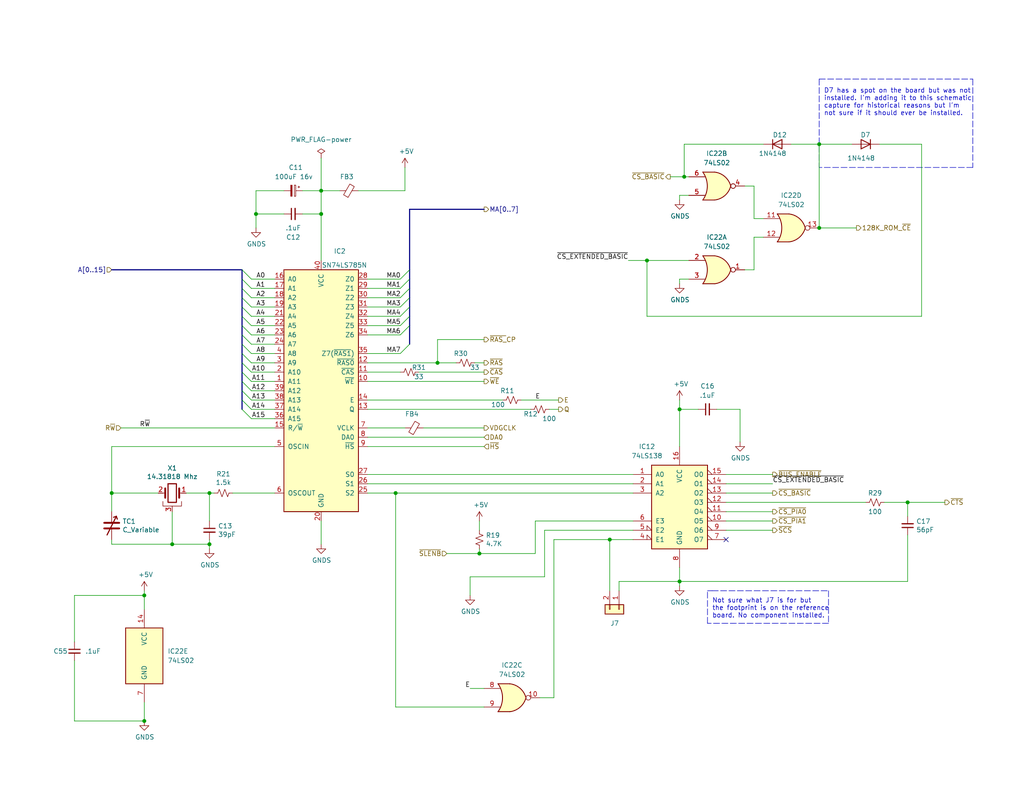
<source format=kicad_sch>
(kicad_sch (version 20211123) (generator eeschema)
  (paper "A")
  (title_block (title "TRS-80 Color Computer 2 (26-3134B & 26-3136B)") (date "2022-10-07") (rev "1.0.0") (company "Tandy Corporation") (comment 1 "Board # 20261058") (comment 3 "Reference board donated by MrDave3609") (comment 4 "Kicad schematic capture by Rocky Hill"))
  (lib_symbols
    (symbol "74xx:74LS02" (pin_names (offset 1.016))
      (property "Reference" "U" (at 0 1.27 0))
      (property "Value" "74LS02" (at 0 -1.27 0))
      (symbol "74LS02_1_1"
        (arc (start -3.81 -3.81) (mid -2.589 0) (end -3.81 3.81) (stroke (width 0.254)))
        (arc (start -0.6096 -3.81) (mid 2.1842 -2.5851) (end 3.81 0) (stroke (width 0.254)) (fill (type background)))
        (polyline (pts (xy -3.81 -3.81) (xy -0.635 -3.81)) (stroke (width 0.254)) (fill (type background)))
        (polyline (pts (xy -3.81 3.81) (xy -0.635 3.81)) (stroke (width 0.254)) (fill (type background)))
        (polyline (pts (xy -0.635 3.81) (xy -3.81 3.81) (xy -3.81 3.81) (xy -3.556 3.4036) (xy -3.0226 2.2606) (xy -2.6924 1.0414) (xy -2.6162 -0.254) (xy -2.7686 -1.4986) (xy -3.175 -2.7178) (xy -3.81 -3.81) (xy -3.81 -3.81) (xy -0.635 -3.81)) (stroke (width -25.4)) (fill (type background)))
        (arc (start 3.81 0) (mid 2.1915 2.5936) (end -0.6096 3.81) (stroke (width 0.254)) (fill (type background)))
        (pin output inverted (at 7.62 0 180) (length 3.81) (name "~") (number "1"))
        (pin input line (at -7.62 2.54 0) (length 4.318) (name "~") (number "2"))
        (pin input line (at -7.62 -2.54 0) (length 4.318) (name "~") (number "3"))
      )
      (symbol "74LS02_1_2"
        (arc (start 0 -3.81) (mid 3.81 0) (end 0 3.81) (stroke (width 0.254)) (fill (type background)))
        (polyline (pts (xy 0 3.81) (xy -3.81 3.81) (xy -3.81 -3.81) (xy 0 -3.81)) (stroke (width 0.254)) (fill (type background)))
        (pin output line (at 7.62 0 180) (length 3.81) (name "~") (number "1"))
        (pin input inverted (at -7.62 2.54 0) (length 3.81) (name "~") (number "2"))
        (pin input inverted (at -7.62 -2.54 0) (length 3.81) (name "~") (number "3"))
      )
      (symbol "74LS02_2_1"
        (arc (start -3.81 -3.81) (mid -2.589 0) (end -3.81 3.81) (stroke (width 0.254)))
        (arc (start -0.6096 -3.81) (mid 2.1842 -2.5851) (end 3.81 0) (stroke (width 0.254)) (fill (type background)))
        (polyline (pts (xy -3.81 -3.81) (xy -0.635 -3.81)) (stroke (width 0.254)) (fill (type background)))
        (polyline (pts (xy -3.81 3.81) (xy -0.635 3.81)) (stroke (width 0.254)) (fill (type background)))
        (polyline (pts (xy -0.635 3.81) (xy -3.81 3.81) (xy -3.81 3.81) (xy -3.556 3.4036) (xy -3.0226 2.2606) (xy -2.6924 1.0414) (xy -2.6162 -0.254) (xy -2.7686 -1.4986) (xy -3.175 -2.7178) (xy -3.81 -3.81) (xy -3.81 -3.81) (xy -0.635 -3.81)) (stroke (width -25.4)) (fill (type background)))
        (arc (start 3.81 0) (mid 2.1915 2.5936) (end -0.6096 3.81) (stroke (width 0.254)) (fill (type background)))
        (pin output inverted (at 7.62 0 180) (length 3.81) (name "~") (number "4"))
        (pin input line (at -7.62 2.54 0) (length 4.318) (name "~") (number "5"))
        (pin input line (at -7.62 -2.54 0) (length 4.318) (name "~") (number "6"))
      )
      (symbol "74LS02_2_2"
        (arc (start 0 -3.81) (mid 3.81 0) (end 0 3.81) (stroke (width 0.254)) (fill (type background)))
        (polyline (pts (xy 0 3.81) (xy -3.81 3.81) (xy -3.81 -3.81) (xy 0 -3.81)) (stroke (width 0.254)) (fill (type background)))
        (pin output line (at 7.62 0 180) (length 3.81) (name "~") (number "4"))
        (pin input inverted (at -7.62 2.54 0) (length 3.81) (name "~") (number "5"))
        (pin input inverted (at -7.62 -2.54 0) (length 3.81) (name "~") (number "6"))
      )
      (symbol "74LS02_3_1"
        (arc (start -3.81 -3.81) (mid -2.589 0) (end -3.81 3.81) (stroke (width 0.254)))
        (arc (start -0.6096 -3.81) (mid 2.1842 -2.5851) (end 3.81 0) (stroke (width 0.254)) (fill (type background)))
        (polyline (pts (xy -3.81 -3.81) (xy -0.635 -3.81)) (stroke (width 0.254)) (fill (type background)))
        (polyline (pts (xy -3.81 3.81) (xy -0.635 3.81)) (stroke (width 0.254)) (fill (type background)))
        (polyline (pts (xy -0.635 3.81) (xy -3.81 3.81) (xy -3.81 3.81) (xy -3.556 3.4036) (xy -3.0226 2.2606) (xy -2.6924 1.0414) (xy -2.6162 -0.254) (xy -2.7686 -1.4986) (xy -3.175 -2.7178) (xy -3.81 -3.81) (xy -3.81 -3.81) (xy -0.635 -3.81)) (stroke (width -25.4)) (fill (type background)))
        (arc (start 3.81 0) (mid 2.1915 2.5936) (end -0.6096 3.81) (stroke (width 0.254)) (fill (type background)))
        (pin output inverted (at 7.62 0 180) (length 3.81) (name "~") (number "10"))
        (pin input line (at -7.62 2.54 0) (length 4.318) (name "~") (number "8"))
        (pin input line (at -7.62 -2.54 0) (length 4.318) (name "~") (number "9"))
      )
      (symbol "74LS02_3_2"
        (arc (start 0 -3.81) (mid 3.81 0) (end 0 3.81) (stroke (width 0.254)) (fill (type background)))
        (polyline (pts (xy 0 3.81) (xy -3.81 3.81) (xy -3.81 -3.81) (xy 0 -3.81)) (stroke (width 0.254)) (fill (type background)))
        (pin output line (at 7.62 0 180) (length 3.81) (name "~") (number "10"))
        (pin input inverted (at -7.62 2.54 0) (length 3.81) (name "~") (number "8"))
        (pin input inverted (at -7.62 -2.54 0) (length 3.81) (name "~") (number "9"))
      )
      (symbol "74LS02_4_1"
        (arc (start -3.81 -3.81) (mid -2.589 0) (end -3.81 3.81) (stroke (width 0.254)))
        (arc (start -0.6096 -3.81) (mid 2.1842 -2.5851) (end 3.81 0) (stroke (width 0.254)) (fill (type background)))
        (polyline (pts (xy -3.81 -3.81) (xy -0.635 -3.81)) (stroke (width 0.254)) (fill (type background)))
        (polyline (pts (xy -3.81 3.81) (xy -0.635 3.81)) (stroke (width 0.254)) (fill (type background)))
        (polyline (pts (xy -0.635 3.81) (xy -3.81 3.81) (xy -3.81 3.81) (xy -3.556 3.4036) (xy -3.0226 2.2606) (xy -2.6924 1.0414) (xy -2.6162 -0.254) (xy -2.7686 -1.4986) (xy -3.175 -2.7178) (xy -3.81 -3.81) (xy -3.81 -3.81) (xy -0.635 -3.81)) (stroke (width -25.4)) (fill (type background)))
        (arc (start 3.81 0) (mid 2.1915 2.5936) (end -0.6096 3.81) (stroke (width 0.254)) (fill (type background)))
        (pin input line (at -7.62 2.54 0) (length 4.318) (name "~") (number "11"))
        (pin input line (at -7.62 -2.54 0) (length 4.318) (name "~") (number "12"))
        (pin output inverted (at 7.62 0 180) (length 3.81) (name "~") (number "13"))
      )
      (symbol "74LS02_4_2"
        (arc (start 0 -3.81) (mid 3.81 0) (end 0 3.81) (stroke (width 0.254)) (fill (type background)))
        (polyline (pts (xy 0 3.81) (xy -3.81 3.81) (xy -3.81 -3.81) (xy 0 -3.81)) (stroke (width 0.254)) (fill (type background)))
        (pin input inverted (at -7.62 2.54 0) (length 3.81) (name "~") (number "11"))
        (pin input inverted (at -7.62 -2.54 0) (length 3.81) (name "~") (number "12"))
        (pin output line (at 7.62 0 180) (length 3.81) (name "~") (number "13"))
      )
      (symbol "74LS02_5_0"
        (pin power_in line (at 0 12.7 270) (length 5.08) (name "VCC") (number "14"))
        (pin power_in line (at 0 -12.7 90) (length 5.08) (name "GND") (number "7"))
      )
      (symbol "74LS02_5_1"
        (rectangle (start -5.08 7.62) (end 5.08 -7.62) (stroke (width 0.254)) (fill (type background)))
      )
    )
    (symbol "Connector_Generic:Conn_01x02" (pin_names (offset 1.016) hide)
      (property "Reference" "J" (at 0 2.54 0))
      (property "Value" "Conn_01x02" (at 0 -5.08 0))
      (symbol "Conn_01x02_1_1"
        (rectangle (start -1.27 -2.413) (end 0 -2.667) (stroke (width 0.1524)))
        (rectangle (start -1.27 0.127) (end 0 -0.127) (stroke (width 0.1524)))
        (rectangle (start -1.27 1.27) (end 1.27 -3.81) (stroke (width 0.254)) (fill (type background)))
        (pin passive line (at -5.08 0 0) (length 3.81) (name "Pin_1") (number "1"))
        (pin passive line (at -5.08 -2.54 0) (length 3.81) (name "Pin_2") (number "2"))
      )
    )
    (symbol "Memory_Controller_Motorola:MC6883" (pin_names (offset 1.016))
      (property "Reference" "U" (at -7.62 34.544 0))
      (property "Value" "MC6883" (at 10.16 34.544 0))
      (symbol "MC6883_0_1"
        (rectangle (start -10.16 -33.02) (end 10.16 33.02) (stroke (width 0.254)) (fill (type background)))
      )
      (symbol "MC6883_1_1"
        (pin input line (at -12.7 2.54 0) (length 2.54) (name "A11") (number "1"))
        (pin output line (at 12.7 2.54 180) (length 2.54) (name "~{WE}") (number "10"))
        (pin output line (at 12.7 5.08 180) (length 2.54) (name "~{CAS}") (number "11"))
        (pin output line (at 12.7 7.62 180) (length 2.54) (name "~{RAS0}") (number "12"))
        (pin output line (at 12.7 -5.08 180) (length 2.54) (name "Q") (number "13"))
        (pin output line (at 12.7 -2.54 180) (length 2.54) (name "E") (number "14"))
        (pin input line (at -12.7 -10.16 0) (length 2.54) (name "R/~{W}") (number "15"))
        (pin input line (at -12.7 30.48 0) (length 2.54) (name "A0") (number "16"))
        (pin input line (at -12.7 27.94 0) (length 2.54) (name "A1") (number "17"))
        (pin input line (at -12.7 25.4 0) (length 2.54) (name "A2") (number "18"))
        (pin input line (at -12.7 22.86 0) (length 2.54) (name "A3") (number "19"))
        (pin input line (at -12.7 5.08 0) (length 2.54) (name "A10") (number "2"))
        (pin power_in line (at 0 -35.56 90) (length 2.54) (name "GND") (number "20"))
        (pin input line (at -12.7 20.32 0) (length 2.54) (name "A4") (number "21"))
        (pin input line (at -12.7 17.78 0) (length 2.54) (name "A5") (number "22"))
        (pin input line (at -12.7 15.24 0) (length 2.54) (name "A6") (number "23"))
        (pin input line (at -12.7 12.7 0) (length 2.54) (name "A7") (number "24"))
        (pin output line (at 12.7 -27.94 180) (length 2.54) (name "S2") (number "25"))
        (pin output line (at 12.7 -25.4 180) (length 2.54) (name "S1") (number "26"))
        (pin output line (at 12.7 -22.86 180) (length 2.54) (name "S0") (number "27"))
        (pin output line (at 12.7 30.48 180) (length 2.54) (name "Z0") (number "28"))
        (pin output line (at 12.7 27.94 180) (length 2.54) (name "Z1") (number "29"))
        (pin input line (at -12.7 7.62 0) (length 2.54) (name "A9") (number "3"))
        (pin output line (at 12.7 25.4 180) (length 2.54) (name "Z2") (number "30"))
        (pin output line (at 12.7 22.86 180) (length 2.54) (name "Z3") (number "31"))
        (pin output line (at 12.7 20.32 180) (length 2.54) (name "Z4") (number "32"))
        (pin output line (at 12.7 17.78 180) (length 2.54) (name "Z5") (number "33"))
        (pin output line (at 12.7 15.24 180) (length 2.54) (name "Z6") (number "34"))
        (pin output line (at 12.7 10.16 180) (length 2.54) (name "Z7(~{RAS1})") (number "35"))
        (pin input line (at -12.7 -7.62 0) (length 2.54) (name "A15") (number "36"))
        (pin input line (at -12.7 -5.08 0) (length 2.54) (name "A14") (number "37"))
        (pin input line (at -12.7 -2.54 0) (length 2.54) (name "A13") (number "38"))
        (pin input line (at -12.7 0 0) (length 2.54) (name "A12") (number "39"))
        (pin input line (at -12.7 10.16 0) (length 2.54) (name "A8") (number "4"))
        (pin power_in line (at 0 35.56 270) (length 2.54) (name "VCC") (number "40"))
        (pin input line (at -12.7 -15.24 0) (length 2.54) (name "OSCIN") (number "5"))
        (pin output line (at -12.7 -27.94 0) (length 2.54) (name "OSCOUT") (number "6"))
        (pin input line (at 12.7 -10.16 180) (length 2.54) (name "VCLK") (number "7"))
        (pin input line (at 12.7 -12.7 180) (length 2.54) (name "DA0") (number "8"))
        (pin input line (at 12.7 -15.24 180) (length 2.54) (name "~{HS}") (number "9"))
      )
    )
    (symbol "coco2-rescue:+5V-power" (power) (pin_names (offset 0))
      (property "Value" "+5V-power" (at 0 3.556 0))
      (symbol "+5V-power_0_1"
        (polyline (pts (xy -0.762 1.27) (xy 0 2.54)))
        (polyline (pts (xy 0 0) (xy 0 2.54)))
        (polyline (pts (xy 0 2.54) (xy 0.762 1.27)))
      )
      (symbol "+5V-power_1_1"
        (pin power_in line (at 0 0 90) (length 0) hide (name "+5V") (number "1"))
      )
    )
    (symbol "coco2-rescue:1N4148-Diode" (pin_numbers hide) (pin_names (offset 1.016) hide)
      (property "Reference" "D" (at 0 2.54 0))
      (property "Value" "1N4148-Diode" (at 0 -2.54 0))
      (symbol "1N4148-Diode_0_1"
        (polyline (pts (xy -1.27 1.27) (xy -1.27 -1.27)) (stroke (width 0.254)))
        (polyline (pts (xy 1.27 0) (xy -1.27 0)))
        (polyline (pts (xy 1.27 1.27) (xy 1.27 -1.27) (xy -1.27 0) (xy 1.27 1.27)) (stroke (width 0.254)))
      )
      (symbol "1N4148-Diode_1_1"
        (pin passive line (at -3.81 0 0) (length 2.54) (name "K") (number "1"))
        (pin passive line (at 3.81 0 180) (length 2.54) (name "A") (number "2"))
      )
    )
    (symbol "coco2-rescue:74LS138-74xx" (pin_names (offset 1.016))
      (property "Reference" "U" (at -7.62 11.43 0))
      (property "Value" "74LS138-74xx" (at -7.62 -13.97 0))
      (symbol "74LS138-74xx_1_0"
        (pin input line (at -12.7 7.62 0) (length 5.08) (name "A0") (number "1"))
        (pin output output_low (at 12.7 -5.08 180) (length 5.08) (name "O5") (number "10"))
        (pin output output_low (at 12.7 -2.54 180) (length 5.08) (name "O4") (number "11"))
        (pin output output_low (at 12.7 0 180) (length 5.08) (name "O3") (number "12"))
        (pin output output_low (at 12.7 2.54 180) (length 5.08) (name "O2") (number "13"))
        (pin output output_low (at 12.7 5.08 180) (length 5.08) (name "O1") (number "14"))
        (pin output output_low (at 12.7 7.62 180) (length 5.08) (name "O0") (number "15"))
        (pin power_in line (at 0 15.24 270) (length 5.08) (name "VCC") (number "16"))
        (pin input line (at -12.7 5.08 0) (length 5.08) (name "A1") (number "2"))
        (pin input line (at -12.7 2.54 0) (length 5.08) (name "A2") (number "3"))
        (pin input input_low (at -12.7 -10.16 0) (length 5.08) (name "E1") (number "4"))
        (pin input input_low (at -12.7 -7.62 0) (length 5.08) (name "E2") (number "5"))
        (pin input line (at -12.7 -5.08 0) (length 5.08) (name "E3") (number "6"))
        (pin output output_low (at 12.7 -10.16 180) (length 5.08) (name "O7") (number "7"))
        (pin power_in line (at 0 -17.78 90) (length 5.08) (name "GND") (number "8"))
        (pin output output_low (at 12.7 -7.62 180) (length 5.08) (name "O6") (number "9"))
      )
      (symbol "74LS138-74xx_1_1"
        (rectangle (start -7.62 10.16) (end 7.62 -12.7) (stroke (width 0.254)) (fill (type background)))
      )
    )
    (symbol "coco2-rescue:CP_Small-Device" (pin_numbers hide) (pin_names (offset 0.254) hide)
      (property "Reference" "C" (at 0.254 1.778 0))
      (property "Value" "CP_Small-Device" (at 0.254 -2.032 0))
      (symbol "CP_Small-Device_0_1"
        (rectangle (start -1.524 -0.3048) (end 1.524 -0.6858) (fill (type outline)))
        (rectangle (start -1.524 0.6858) (end 1.524 0.3048))
        (polyline (pts (xy -1.27 1.524) (xy -0.762 1.524)))
        (polyline (pts (xy -1.016 1.27) (xy -1.016 1.778)))
      )
      (symbol "CP_Small-Device_1_1"
        (pin passive line (at 0 2.54 270) (length 1.8542) (name "~") (number "1"))
        (pin passive line (at 0 -2.54 90) (length 1.8542) (name "~") (number "2"))
      )
    )
    (symbol "coco2-rescue:C_Small-Device" (pin_numbers hide) (pin_names (offset 0.254) hide)
      (property "Reference" "C" (at 0.254 1.778 0))
      (property "Value" "C_Small-Device" (at 0.254 -2.032 0))
      (symbol "C_Small-Device_0_1"
        (polyline (pts (xy -1.524 -0.508) (xy 1.524 -0.508)) (stroke (width 0.3302)))
        (polyline (pts (xy -1.524 0.508) (xy 1.524 0.508)) (stroke (width 0.3048)))
      )
      (symbol "C_Small-Device_1_1"
        (pin passive line (at 0 2.54 270) (length 2.032) (name "~") (number "1"))
        (pin passive line (at 0 -2.54 90) (length 2.032) (name "~") (number "2"))
      )
    )
    (symbol "coco2-rescue:C_Variable-Device" (pin_numbers hide) (pin_names (offset 0.254) hide)
      (property "Reference" "C" (at 0.635 -1.905 0))
      (property "Value" "C_Variable-Device" (at 0.635 -3.81 0))
      (symbol "C_Variable-Device_0_1"
        (polyline (pts (xy -2.032 -0.762) (xy 2.032 -0.762)) (stroke (width 0.508)))
        (polyline (pts (xy -2.032 0.762) (xy 2.032 0.762)) (stroke (width 0.508)))
        (polyline (pts (xy 1.27 2.54) (xy -1.27 -2.54)) (stroke (width 0.3048)))
        (polyline (pts (xy 1.27 2.54) (xy 0.508 2.286)) (stroke (width 0.3048)))
        (polyline (pts (xy 1.27 2.54) (xy 1.524 1.778)) (stroke (width 0.3048)))
      )
      (symbol "C_Variable-Device_1_1"
        (pin passive line (at 0 3.81 270) (length 3.048) (name "~") (number "1"))
        (pin passive line (at 0 -3.81 90) (length 3.048) (name "~") (number "2"))
      )
    )
    (symbol "coco2-rescue:Crystal_GND3-Device" (pin_names (offset 1.016) hide)
      (property "Reference" "Y" (at 0 5.715 0))
      (property "Value" "Crystal_GND3-Device" (at 0 3.81 0))
      (symbol "Crystal_GND3-Device_0_1"
        (rectangle (start -1.143 2.54) (end 1.143 -2.54) (stroke (width 0.3048)))
        (polyline (pts (xy -2.54 0) (xy -1.905 0)))
        (polyline (pts (xy -1.905 -1.27) (xy -1.905 1.27)) (stroke (width 0.508)))
        (polyline (pts (xy 0 -3.81) (xy 0 -3.556)))
        (polyline (pts (xy 1.905 0) (xy 2.54 0)))
        (polyline (pts (xy 1.905 1.27) (xy 1.905 -1.27)) (stroke (width 0.508)))
        (polyline (pts (xy -2.54 -2.286) (xy -2.54 -3.556) (xy 2.54 -3.556) (xy 2.54 -2.286)))
      )
      (symbol "Crystal_GND3-Device_1_1"
        (pin passive line (at -3.81 0 0) (length 1.27) (name "1") (number "1"))
        (pin passive line (at 3.81 0 180) (length 1.27) (name "2") (number "2"))
        (pin passive line (at 0 -5.08 90) (length 1.27) (name "3") (number "3"))
      )
    )
    (symbol "coco2-rescue:Ferrite_Bead_Small-Device" (pin_numbers hide) (pin_names (offset 0))
      (property "Reference" "FB" (at 1.905 1.27 0))
      (property "Value" "Ferrite_Bead_Small-Device" (at 1.905 -1.27 0))
      (symbol "Ferrite_Bead_Small-Device_0_1"
        (polyline (pts (xy 0 -1.27) (xy 0 -0.7874)))
        (polyline (pts (xy 0 0.889) (xy 0 1.2954)))
        (polyline (pts (xy -1.8288 0.2794) (xy -1.1176 1.4986) (xy 1.8288 -0.2032) (xy 1.1176 -1.4224) (xy -1.8288 0.2794)))
      )
      (symbol "Ferrite_Bead_Small-Device_1_1"
        (pin passive line (at 0 2.54 270) (length 1.27) (name "~") (number "1"))
        (pin passive line (at 0 -2.54 90) (length 1.27) (name "~") (number "2"))
      )
    )
    (symbol "coco2-rescue:GNDS-power" (power) (pin_names (offset 0))
      (property "Value" "GNDS-power" (at 0 -3.81 0))
      (symbol "GNDS-power_0_1"
        (polyline (pts (xy 0 0) (xy 0 -1.27) (xy 1.27 -1.27) (xy 0 -2.54) (xy -1.27 -1.27) (xy 0 -1.27)))
      )
      (symbol "GNDS-power_1_1"
        (pin power_in line (at 0 0 270) (length 0) hide (name "GNDS") (number "1"))
      )
    )
    (symbol "coco2-rescue:PWR_FLAG-power" (power) (pin_numbers hide) (pin_names (offset 0) hide)
      (property "Value" "PWR_FLAG-power" (at 0 3.81 0))
      (symbol "PWR_FLAG-power_0_0"
        (pin power_out line (at 0 0 90) (length 0) (name "pwr") (number "1"))
      )
      (symbol "PWR_FLAG-power_0_1"
        (polyline (pts (xy 0 0) (xy 0 1.27) (xy -1.016 1.905) (xy 0 2.54) (xy 1.016 1.905) (xy 0 1.27)))
      )
    )
    (symbol "coco2-rescue:R_Small_US-Device" (pin_numbers hide) (pin_names (offset 0.254) hide)
      (property "Reference" "R" (at 0.762 0.508 0))
      (property "Value" "R_Small_US-Device" (at 0.762 -1.016 0))
      (symbol "R_Small_US-Device_1_1"
        (polyline (pts (xy 0 0) (xy 1.016 -0.381) (xy 0 -0.762) (xy -1.016 -1.143) (xy 0 -1.524)))
        (polyline (pts (xy 0 1.524) (xy 1.016 1.143) (xy 0 0.762) (xy -1.016 0.381) (xy 0 0)))
        (pin passive line (at 0 2.54 270) (length 1.016) (name "~") (number "1"))
        (pin passive line (at 0 -2.54 90) (length 1.016) (name "~") (number "2"))
      )
    )
  )
  (junction (at 223.52 62.23))
  (junction (at 57.15 134.62))
  (junction (at 39.37 162.56))
  (junction (at 57.15 148.59))
  (junction (at 185.42 111.76))
  (junction (at 185.42 158.75))
  (junction (at 186.69 48.26))
  (junction (at 87.63 52.07))
  (junction (at 87.63 58.42))
  (junction (at 46.99 148.59))
  (junction (at 39.37 196.85))
  (junction (at 223.52 39.37))
  (junction (at 247.65 137.16))
  (junction (at 176.53 71.12))
  (junction (at 130.81 151.13))
  (junction (at 119.38 99.06))
  (junction (at 107.95 134.62))
  (junction (at 30.48 134.62))
  (junction (at 166.37 147.32))
  (junction (at 69.85 58.42))
  (no_connect (at 198.12 147.32))
  (bus_entry (at 68.58 78.74) (size -2.54 -2.54))
  (bus_entry (at 66.04 93.98) (size 2.54 2.54))
  (bus_entry (at 109.22 83.82) (size 2.54 -2.54))
  (bus_entry (at 109.22 78.74) (size 2.54 -2.54))
  (bus_entry (at 66.04 73.66) (size 2.54 2.54))
  (bus_entry (at 109.22 91.44) (size 2.54 -2.54))
  (bus_entry (at 66.04 91.44) (size 2.54 2.54))
  (bus_entry (at 66.04 96.52) (size 2.54 2.54))
  (bus_entry (at 66.04 101.6) (size 2.54 2.54))
  (bus_entry (at 66.04 81.28) (size 2.54 2.54))
  (bus_entry (at 66.04 109.22) (size 2.54 2.54))
  (bus_entry (at 66.04 86.36) (size 2.54 2.54))
  (bus_entry (at 66.04 78.74) (size 2.54 2.54))
  (bus_entry (at 66.04 99.06) (size 2.54 2.54))
  (bus_entry (at 109.22 76.2) (size 2.54 -2.54))
  (bus_entry (at 109.22 88.9) (size 2.54 -2.54))
  (bus_entry (at 66.04 111.76) (size 2.54 2.54))
  (bus_entry (at 66.04 88.9) (size 2.54 2.54))
  (bus_entry (at 66.04 106.68) (size 2.54 2.54))
  (bus_entry (at 109.22 86.36) (size 2.54 -2.54))
  (bus_entry (at 66.04 83.82) (size 2.54 2.54))
  (bus_entry (at 109.22 81.28) (size 2.54 -2.54))
  (bus_entry (at 66.04 104.14) (size 2.54 2.54))
  (bus_entry (at 109.22 96.52) (size 2.54 -2.54))
  (wire (pts (xy 190.5 111.76) (xy 185.42 111.76)))
  (wire (pts (xy 68.58 93.98) (xy 74.93 93.98)))
  (wire (pts (xy 30.48 134.62) (xy 43.18 134.62)))
  (wire (pts (xy 168.91 161.29) (xy 168.91 158.75)))
  (wire (pts (xy 50.8 134.62) (xy 57.15 134.62)))
  (bus (pts (xy 66.04 101.6) (xy 66.04 104.14)))
  (wire (pts (xy 68.58 109.22) (xy 74.93 109.22)))
  (wire (pts (xy 110.49 52.07) (xy 110.49 45.72)))
  (wire (pts (xy 68.58 99.06) (xy 74.93 99.06)))
  (bus (pts (xy 66.04 86.36) (xy 66.04 88.9)))
  (wire (pts (xy 74.93 121.92) (xy 30.48 121.92)))
  (bus (pts (xy 66.04 73.66) (xy 66.04 76.2)))
  (wire (pts (xy 166.37 147.32) (xy 172.72 147.32)))
  (bus (pts (xy 111.76 57.15) (xy 111.76 73.66)))
  (wire (pts (xy 215.9 39.37) (xy 223.52 39.37)))
  (wire (pts (xy 185.42 158.75) (xy 185.42 160.02)))
  (polyline (pts (xy 193.04 170.18) (xy 193.04 161.29)))
  (wire (pts (xy 247.65 137.16) (xy 257.81 137.16)))
  (wire (pts (xy 20.32 180.34) (xy 20.32 196.85)))
  (wire (pts (xy 57.15 142.24) (xy 57.15 134.62)))
  (wire (pts (xy 74.93 111.76) (xy 68.58 111.76)))
  (wire (pts (xy 198.12 129.54) (xy 210.82 129.54)))
  (wire (pts (xy 205.74 73.66) (xy 205.74 64.77)))
  (wire (pts (xy 232.41 39.37) (xy 223.52 39.37)))
  (bus (pts (xy 111.76 76.2) (xy 111.76 78.74)))
  (wire (pts (xy 119.38 92.71) (xy 119.38 99.06)))
  (wire (pts (xy 203.2 73.66) (xy 205.74 73.66)))
  (polyline (pts (xy 223.52 21.59) (xy 265.43 21.59)))
  (wire (pts (xy 128.27 157.48) (xy 128.27 162.56)))
  (wire (pts (xy 74.93 101.6) (xy 68.58 101.6)))
  (wire (pts (xy 137.16 109.22) (xy 100.33 109.22)))
  (wire (pts (xy 132.08 121.92) (xy 100.33 121.92)))
  (wire (pts (xy 46.99 148.59) (xy 57.15 148.59)))
  (wire (pts (xy 223.52 39.37) (xy 223.52 62.23)))
  (wire (pts (xy 92.71 52.07) (xy 87.63 52.07)))
  (wire (pts (xy 130.81 149.86) (xy 130.81 151.13)))
  (wire (pts (xy 205.74 59.69) (xy 208.28 59.69)))
  (wire (pts (xy 148.59 144.78) (xy 148.59 157.48)))
  (wire (pts (xy 223.52 62.23) (xy 233.68 62.23)))
  (bus (pts (xy 66.04 83.82) (xy 66.04 86.36)))
  (wire (pts (xy 74.93 106.68) (xy 68.58 106.68)))
  (wire (pts (xy 146.05 142.24) (xy 146.05 151.13)))
  (wire (pts (xy 68.58 104.14) (xy 74.93 104.14)))
  (wire (pts (xy 74.93 116.84) (xy 33.02 116.84)))
  (wire (pts (xy 198.12 134.62) (xy 210.82 134.62)))
  (wire (pts (xy 201.93 111.76) (xy 201.93 120.65)))
  (wire (pts (xy 39.37 161.29) (xy 39.37 162.56)))
  (bus (pts (xy 66.04 106.68) (xy 66.04 109.22)))
  (polyline (pts (xy 194.31 161.29) (xy 226.06 161.29)))
  (wire (pts (xy 57.15 147.32) (xy 57.15 148.59)))
  (wire (pts (xy 46.99 148.59) (xy 30.48 148.59)))
  (bus (pts (xy 66.04 76.2) (xy 66.04 78.74)))
  (wire (pts (xy 198.12 139.7) (xy 210.82 139.7)))
  (wire (pts (xy 39.37 162.56) (xy 39.37 166.37)))
  (wire (pts (xy 20.32 196.85) (xy 39.37 196.85)))
  (bus (pts (xy 111.76 81.28) (xy 111.76 83.82)))
  (wire (pts (xy 176.53 86.36) (xy 176.53 71.12)))
  (wire (pts (xy 87.63 52.07) (xy 87.63 58.42)))
  (wire (pts (xy 198.12 144.78) (xy 210.82 144.78)))
  (wire (pts (xy 176.53 71.12) (xy 187.96 71.12)))
  (wire (pts (xy 87.63 58.42) (xy 82.55 58.42)))
  (bus (pts (xy 111.76 78.74) (xy 111.76 81.28)))
  (wire (pts (xy 186.69 39.37) (xy 208.28 39.37)))
  (wire (pts (xy 251.46 39.37) (xy 251.46 86.36)))
  (wire (pts (xy 87.63 142.24) (xy 87.63 148.59)))
  (wire (pts (xy 68.58 83.82) (xy 74.93 83.82)))
  (wire (pts (xy 87.63 71.12) (xy 87.63 58.42)))
  (wire (pts (xy 187.96 53.34) (xy 185.42 53.34)))
  (wire (pts (xy 114.3 101.6) (xy 132.08 101.6)))
  (wire (pts (xy 185.42 111.76) (xy 185.42 109.22)))
  (wire (pts (xy 147.32 190.5) (xy 151.13 190.5)))
  (bus (pts (xy 66.04 104.14) (xy 66.04 106.68)))
  (wire (pts (xy 97.79 52.07) (xy 110.49 52.07)))
  (wire (pts (xy 46.99 139.7) (xy 46.99 148.59)))
  (wire (pts (xy 109.22 101.6) (xy 100.33 101.6)))
  (polyline (pts (xy 265.43 21.59) (xy 265.43 45.72)))
  (wire (pts (xy 77.47 58.42) (xy 69.85 58.42)))
  (bus (pts (xy 111.76 57.15) (xy 132.08 57.15)))
  (wire (pts (xy 57.15 148.59) (xy 57.15 149.86)))
  (bus (pts (xy 66.04 109.22) (xy 66.04 111.76)))
  (wire (pts (xy 128.27 187.96) (xy 132.08 187.96)))
  (bus (pts (xy 66.04 81.28) (xy 66.04 83.82)))
  (wire (pts (xy 74.93 81.28) (xy 68.58 81.28)))
  (wire (pts (xy 100.33 111.76) (xy 144.78 111.76)))
  (wire (pts (xy 166.37 147.32) (xy 166.37 161.29)))
  (wire (pts (xy 107.95 134.62) (xy 172.72 134.62)))
  (polyline (pts (xy 226.06 161.29) (xy 226.06 170.18)))
  (wire (pts (xy 100.33 129.54) (xy 172.72 129.54)))
  (wire (pts (xy 68.58 114.3) (xy 74.93 114.3)))
  (wire (pts (xy 247.65 140.97) (xy 247.65 137.16)))
  (wire (pts (xy 185.42 111.76) (xy 185.42 121.92)))
  (wire (pts (xy 124.46 99.06) (xy 119.38 99.06)))
  (wire (pts (xy 247.65 158.75) (xy 185.42 158.75)))
  (wire (pts (xy 100.33 132.08) (xy 172.72 132.08)))
  (wire (pts (xy 69.85 52.07) (xy 69.85 58.42)))
  (wire (pts (xy 151.13 147.32) (xy 166.37 147.32)))
  (wire (pts (xy 39.37 191.77) (xy 39.37 196.85)))
  (bus (pts (xy 66.04 99.06) (xy 66.04 101.6)))
  (wire (pts (xy 30.48 121.92) (xy 30.48 134.62)))
  (wire (pts (xy 132.08 99.06) (xy 129.54 99.06)))
  (wire (pts (xy 185.42 154.94) (xy 185.42 158.75)))
  (wire (pts (xy 87.63 43.18) (xy 87.63 52.07)))
  (polyline (pts (xy 265.43 45.72) (xy 223.52 45.72)))
  (wire (pts (xy 185.42 76.2) (xy 185.42 77.47)))
  (wire (pts (xy 107.95 193.04) (xy 107.95 134.62)))
  (wire (pts (xy 20.32 175.26) (xy 20.32 162.56)))
  (wire (pts (xy 100.33 81.28) (xy 109.22 81.28)))
  (wire (pts (xy 210.82 142.24) (xy 198.12 142.24)))
  (wire (pts (xy 132.08 92.71) (xy 119.38 92.71)))
  (wire (pts (xy 82.55 52.07) (xy 87.63 52.07)))
  (wire (pts (xy 74.93 76.2) (xy 68.58 76.2)))
  (bus (pts (xy 66.04 73.66) (xy 30.48 73.66)))
  (wire (pts (xy 198.12 132.08) (xy 210.82 132.08)))
  (wire (pts (xy 100.33 86.36) (xy 109.22 86.36)))
  (wire (pts (xy 74.93 134.62) (xy 63.5 134.62)))
  (polyline (pts (xy 226.06 170.18) (xy 193.04 170.18)))
  (wire (pts (xy 119.38 99.06) (xy 100.33 99.06)))
  (wire (pts (xy 68.58 78.74) (xy 74.93 78.74)))
  (bus (pts (xy 111.76 73.66) (xy 111.76 76.2)))
  (wire (pts (xy 240.03 39.37) (xy 251.46 39.37)))
  (wire (pts (xy 148.59 144.78) (xy 172.72 144.78)))
  (bus (pts (xy 111.76 88.9) (xy 111.76 93.98)))
  (wire (pts (xy 74.93 91.44) (xy 68.58 91.44)))
  (wire (pts (xy 100.33 116.84) (xy 110.49 116.84)))
  (wire (pts (xy 100.33 96.52) (xy 109.22 96.52)))
  (wire (pts (xy 247.65 137.16) (xy 241.3 137.16)))
  (wire (pts (xy 100.33 104.14) (xy 132.08 104.14)))
  (wire (pts (xy 132.08 193.04) (xy 107.95 193.04)))
  (wire (pts (xy 100.33 134.62) (xy 107.95 134.62)))
  (wire (pts (xy 57.15 134.62) (xy 58.42 134.62)))
  (wire (pts (xy 251.46 86.36) (xy 176.53 86.36)))
  (wire (pts (xy 151.13 190.5) (xy 151.13 147.32)))
  (bus (pts (xy 111.76 86.36) (xy 111.76 88.9)))
  (bus (pts (xy 66.04 91.44) (xy 66.04 93.98)))
  (polyline (pts (xy 223.52 21.59) (xy 223.52 45.72)))
  (wire (pts (xy 186.69 39.37) (xy 186.69 48.26)))
  (wire (pts (xy 205.74 64.77) (xy 208.28 64.77)))
  (wire (pts (xy 115.57 116.84) (xy 132.08 116.84)))
  (wire (pts (xy 247.65 146.05) (xy 247.65 158.75)))
  (wire (pts (xy 100.33 78.74) (xy 109.22 78.74)))
  (wire (pts (xy 100.33 119.38) (xy 132.08 119.38)))
  (wire (pts (xy 109.22 83.82) (xy 100.33 83.82)))
  (wire (pts (xy 20.32 162.56) (xy 39.37 162.56)))
  (wire (pts (xy 168.91 158.75) (xy 185.42 158.75)))
  (bus (pts (xy 66.04 93.98) (xy 66.04 96.52)))
  (wire (pts (xy 130.81 151.13) (xy 121.92 151.13)))
  (bus (pts (xy 66.04 88.9) (xy 66.04 91.44)))
  (wire (pts (xy 74.93 96.52) (xy 68.58 96.52)))
  (wire (pts (xy 186.69 48.26) (xy 187.96 48.26)))
  (wire (pts (xy 203.2 50.8) (xy 205.74 50.8)))
  (wire (pts (xy 109.22 88.9) (xy 100.33 88.9)))
  (wire (pts (xy 69.85 58.42) (xy 69.85 62.23)))
  (wire (pts (xy 236.22 137.16) (xy 198.12 137.16)))
  (wire (pts (xy 30.48 147.32) (xy 30.48 148.59)))
  (wire (pts (xy 68.58 88.9) (xy 74.93 88.9)))
  (wire (pts (xy 146.05 151.13) (xy 130.81 151.13)))
  (wire (pts (xy 195.58 111.76) (xy 201.93 111.76)))
  (wire (pts (xy 30.48 139.7) (xy 30.48 134.62)))
  (wire (pts (xy 109.22 76.2) (xy 100.33 76.2)))
  (wire (pts (xy 171.45 71.12) (xy 176.53 71.12)))
  (wire (pts (xy 100.33 91.44) (xy 109.22 91.44)))
  (wire (pts (xy 187.96 76.2) (xy 185.42 76.2)))
  (wire (pts (xy 185.42 53.34) (xy 185.42 54.61)))
  (wire (pts (xy 172.72 142.24) (xy 146.05 142.24)))
  (bus (pts (xy 66.04 96.52) (xy 66.04 99.06)))
  (wire (pts (xy 74.93 86.36) (xy 68.58 86.36)))
  (bus (pts (xy 111.76 83.82) (xy 111.76 86.36)))
  (wire (pts (xy 77.47 52.07) (xy 69.85 52.07)))
  (wire (pts (xy 130.81 142.24) (xy 130.81 144.78)))
  (wire (pts (xy 152.4 111.76) (xy 149.86 111.76)))
  (wire (pts (xy 182.88 48.26) (xy 186.69 48.26)))
  (wire (pts (xy 205.74 50.8) (xy 205.74 59.69)))
  (wire (pts (xy 148.59 157.48) (xy 128.27 157.48)))
  (wire (pts (xy 152.4 109.22) (xy 142.24 109.22)))
  (bus (pts (xy 66.04 78.74) (xy 66.04 81.28)))
  (polyline (pts (xy 193.04 161.29) (xy 194.31 161.29)))
  (text "Not sure what J7 is for but\nthe footprint is on the reference\nboard. No component installed." (at 194.31 168.91 0) (effects (font (size 1.27 1.27)) (justify left bottom)))
  (text "D7 has a spot on the board but was not\ninstalled. I'm adding it to this schematic\ncapture for historical reasons but I'm\nnot sure if it should ever be installed." (at 224.79 31.75 0) (effects (font (size 1.27 1.27)) (justify left bottom)))
  (label "A8" (at 72.39 96.52 180))
  (label "A2" (at 72.39 81.28 180))
  (label "~{CS_EXTENDED_BASIC}" (at 171.45 71.12 180))
  (label "E" (at 146.05 109.22 0))
  (label "MA6" (at 105.41 91.44 0))
  (label "MA3" (at 105.41 83.82 0))
  (label "~{CS_EXTENDED_BASIC}" (at 210.82 132.08 0))
  (label "A14" (at 72.39 111.76 180))
  (label "A6" (at 72.39 91.44 180))
  (label "A4" (at 72.39 86.36 180))
  (label "A12" (at 72.39 106.68 180))
  (label "A7" (at 72.39 93.98 180))
  (label "R~{W}" (at 38.1 116.84 0))
  (label "MA1" (at 105.41 78.74 0))
  (label "MA4" (at 105.41 86.36 0))
  (label "E" (at 128.27 187.96 180))
  (label "A0" (at 72.39 76.2 180))
  (label "A9" (at 72.39 99.06 180))
  (label "A10" (at 72.39 101.6 180))
  (label "A15" (at 72.39 114.3 180))
  (label "MA2" (at 105.41 81.28 0))
  (label "A5" (at 72.39 88.9 180))
  (label "MA5" (at 105.41 88.9 0))
  (label "MA7" (at 105.41 96.52 0))
  (label "MA0" (at 105.41 76.2 0))
  (label "A3" (at 72.39 83.82 180))
  (label "A13" (at 72.39 109.22 180))
  (label "A11" (at 72.39 104.14 180))
  (label "A1" (at 72.39 78.74 180))
  (hierarchical_label "R~{W}" (shape input) (at 33.02 116.84 180))
  (hierarchical_label "~{RAS}" (shape output) (at 132.08 99.06 0))
  (hierarchical_label "~{WE}" (shape output) (at 132.08 104.14 0))
  (hierarchical_label "128K_ROM_~{CE}" (shape output) (at 233.68 62.23 0))
  (hierarchical_label "MA[0..7]" (shape output) (at 132.08 57.15 0))
  (hierarchical_label "~{RAS_}CP" (shape output) (at 132.08 92.71 0))
  (hierarchical_label "E" (shape output) (at 152.4 109.22 0))
  (hierarchical_label "Q" (shape output) (at 152.4 111.76 0))
  (hierarchical_label "~{CS_PIA1}" (shape output) (at 210.82 142.24 0))
  (hierarchical_label "~{BUS_ENABLE}" (shape output) (at 210.82 129.54 0))
  (hierarchical_label "~{CS_BASIC}" (shape output) (at 210.82 134.62 0))
  (hierarchical_label "~{SLENB}" (shape input) (at 121.92 151.13 180))
  (hierarchical_label "~{CTS}" (shape output) (at 257.81 137.16 0))
  (hierarchical_label "~{CS_BASIC}" (shape output) (at 182.88 48.26 180))
  (hierarchical_label "~{CS_PIA0}" (shape output) (at 210.82 139.7 0))
  (hierarchical_label "~{SCS}" (shape output) (at 210.82 144.78 0))
  (hierarchical_label "~{CAS}" (shape output) (at 132.08 101.6 0))
  (hierarchical_label "VDGCLK" (shape output) (at 132.08 116.84 0))
  (hierarchical_label "A[0..15]" (shape input) (at 30.48 73.66 180))
  (hierarchical_label "~{HS}" (shape input) (at 132.08 121.92 0))
  (hierarchical_label "DA0" (shape input) (at 132.08 119.38 0))
  (symbol (lib_id "coco2-rescue:R_Small_US-Device") (at 130.81 147.32 0) (unit 1)
    (property "Reference" "R19" (at 132.5372 146.1516 0) (effects (justify left)))
    (property "Value" "4.7K" (at 132.5372 148.463 0) (effects (justify left)))
    (property "Footprint" "Resistor_THT:R_Axial_DIN0207_L6.3mm_D2.5mm_P10.16mm_Horizontal" (effects hide))
    (property "Datasheet" "https://www.seielect.com/catalog/sei-cf_cfm.pdf" (effects hide))
    (property "Vendor" "digikey" (effects hide))
    (property "Vendor part#" "CF14JT4K70CT-ND  " (effects hide))
    (property "Manufacturer part#" "Stackpole Electronics Inc" (effects hide))
  )
  (symbol (lib_id "coco2-rescue:+5V-power") (at 130.81 142.24 0) (unit 1)
    (property "Reference" "#PWR0999043" (effects hide))
    (property "Value" "+5V" (at 131.191 137.8458 0))
  )
  (symbol (lib_id "coco2-rescue:GNDS-power") (at 185.42 160.02 0) (unit 1)
    (property "Reference" "#PWR0999046" (effects hide))
    (property "Value" "GNDS" (at 185.547 164.4142 0))
  )
  (symbol (lib_id "coco2-rescue:+5V-power") (at 185.42 109.22 0) (unit 1)
    (property "Reference" "#PWR0999041" (effects hide))
    (property "Value" "+5V" (at 185.801 104.8258 0))
  )
  (symbol (lib_id "coco2-rescue:GNDS-power") (at 201.93 120.65 0) (unit 1)
    (property "Reference" "#PWR0999042" (effects hide))
    (property "Value" "GNDS" (at 202.057 125.0442 0))
  )
  (symbol (lib_id "coco2-rescue:GNDS-power") (at 39.37 196.85 0) (unit 1)
    (property "Reference" "#PWR0999048" (effects hide))
    (property "Value" "GNDS" (at 39.497 201.2442 0))
  )
  (symbol (lib_id "coco2-rescue:R_Small_US-Device") (at 238.76 137.16 270) (unit 1)
    (property "Reference" "R29" (at 238.76 134.62 90))
    (property "Value" "100" (at 238.76 139.7 90))
    (property "Footprint" "Resistor_THT:R_Axial_DIN0207_L6.3mm_D2.5mm_P10.16mm_Horizontal" (effects hide))
    (property "Datasheet" "https://www.yageo.com/upload/media/product/products/datasheet/lr/Yageo_LR_MFR_1.pdf" (effects hide))
    (property "Vendor" "digikey" (effects hide))
    (property "Vendor part#" "100XBK-ND" (effects hide))
    (property "Manufacturer part#" "MFR-25FBF52-100R" (effects hide))
  )
  (symbol (lib_id "coco2-rescue:C_Small-Device") (at 247.65 143.51 180) (unit 1)
    (property "Reference" "C17" (at 249.9868 142.3416 0) (effects (justify right)))
    (property "Value" "56pF" (at 249.9868 144.653 0) (effects (justify right)))
    (property "Footprint" "Capacitor_THT:C_Rect_L7.2mm_W2.5mm_P5.00mm_FKS2_FKP2_MKS2_MKP2" (effects hide))
    (property "Datasheet" "https://www.murata.com/~/media/webrenewal/support/library/catalog/products/capacitor/mlcc/c49e.ashx?la=en-us" (effects hide))
    (property "Vendor" "digikey" (effects hide))
    (property "Vendor part#" "490-9030-1-ND" (effects hide))
    (property "Manufacturer part#" "RDE5C1H560J0M1H03A" (effects hide))
  )
  (symbol (lib_id "Memory_Controller_Motorola:MC6883") (at 87.63 106.68 0) (unit 1)
    (property "Reference" "IC2" (at 92.71 68.58 0))
    (property "Value" "SN74LS785N" (at 93.98 72.39 0))
    (property "Footprint" "Package_DIP:DIP-40_W15.24mm_Socket" (effects hide))
    (property "Datasheet" "http://www.colorcomputerarchive.com/coco/Documents/Datasheets/MC6883 Synchronous Address Multiplexer (Motorola).pdf" (effects hide))
    (property "Datasheet" "http://www.on-shore.com/wp-content/uploads/2015/09/ipg2.pdf" (effects hide))
    (property "Vendor" "digikey" (effects hide))
    (property "Vendor part#" "ED3048-5-ND" (effects hide))
    (property "Manufacturer part#" "ED40DT" (effects hide))
  )
  (symbol (lib_id "coco2-rescue:Ferrite_Bead_Small-Device") (at 113.03 116.84 90) (unit 1)
    (property "Reference" "FB4" (at 114.3 113.03 90) (effects (justify left)))
    (property "Value" "Ferrite_Bead_Small" (effects hide))
    (property "Footprint" "coco2:ferrite_bead" (effects hide))
    (property "Datasheet" "http://www.fair-rite.com/wp-content/themes/fair-rite/print_product.php?pid=18608" (effects hide))
    (property "Vendor" "digikey" (effects hide))
    (property "Vendor part#" "1934-1364-ND" (effects hide))
    (property "Manufacturer part#" "2743007111" (effects hide))
  )
  (symbol (lib_id "coco2-rescue:C_Small-Device") (at 80.01 58.42 90) (unit 1)
    (property "Reference" "C12" (at 80.01 64.77 90))
    (property "Value" ".1uF" (at 80.01 62.23 90))
    (property "Footprint" "Capacitor_THT:C_Disc_D4.7mm_W2.5mm_P5.00mm" (effects hide))
    (property "Datasheet" " https://search.murata.co.jp/Ceramy/image/img/A01X/G101/ENG/RDE_X7R_250V-1kV_E.pdf" (effects hide))
    (property "Vendor" "digikey" (effects hide))
    (property "Vendor part#" "490-8814-ND" (effects hide))
    (property "Manufacturer part#" "RDER71H104K0K1H03B" (effects hide))
  )
  (symbol (lib_id "coco2-rescue:+5V-power") (at 110.49 45.72 0) (unit 1)
    (property "Reference" "#PWR0999038" (effects hide))
    (property "Value" "+5V" (at 110.871 41.3258 0))
  )
  (symbol (lib_id "coco2-rescue:GNDS-power") (at 69.85 62.23 0) (unit 1)
    (property "Reference" "#PWR0999039" (effects hide))
    (property "Value" "GNDS" (at 69.977 66.6242 0))
  )
  (symbol (lib_id "coco2-rescue:Ferrite_Bead_Small-Device") (at 95.25 52.07 90) (unit 1)
    (property "Reference" "FB3" (at 96.52 48.26 90) (effects (justify left)))
    (property "Value" "Ferrite_Bead_Small" (effects hide))
    (property "Footprint" "coco2:ferrite_bead" (effects hide))
    (property "Datasheet" "http://www.fair-rite.com/wp-content/themes/fair-rite/print_product.php?pid=18608" (effects hide))
    (property "Vendor" "digikey" (effects hide))
    (property "Vendor part#" "1934-1364-ND" (effects hide))
    (property "Manufacturer part#" "2743007111" (effects hide))
  )
  (symbol (lib_id "coco2-rescue:GNDS-power") (at 87.63 148.59 0) (unit 1)
    (property "Reference" "#PWR0999044" (effects hide))
    (property "Value" "GNDS" (at 87.757 152.9842 0))
  )
  (symbol (lib_id "coco2-rescue:R_Small_US-Device") (at 139.7 109.22 270) (unit 1)
    (property "Reference" "R11" (at 138.43 106.68 90))
    (property "Value" "100" (at 135.89 110.49 90))
    (property "Footprint" "Resistor_THT:R_Axial_DIN0207_L6.3mm_D2.5mm_P10.16mm_Horizontal" (effects hide))
    (property "Datasheet" "https://www.yageo.com/upload/media/product/products/datasheet/lr/Yageo_LR_MFR_1.pdf" (effects hide))
    (property "Vendor" "digikey" (effects hide))
    (property "Vendor part#" "100XBK-ND" (effects hide))
    (property "Manufacturer part#" "MFR-25FBF52-100R" (effects hide))
  )
  (symbol (lib_id "coco2-rescue:R_Small_US-Device") (at 147.32 111.76 270) (unit 1)
    (property "Reference" "R12" (at 144.78 113.03 90))
    (property "Value" "100" (at 149.86 114.3 90))
    (property "Footprint" "Resistor_THT:R_Axial_DIN0207_L6.3mm_D2.5mm_P10.16mm_Horizontal" (effects hide))
    (property "Datasheet" "https://www.yageo.com/upload/media/product/products/datasheet/lr/Yageo_LR_MFR_1.pdf" (effects hide))
    (property "Vendor" "digikey" (effects hide))
    (property "Vendor part#" "100XBK-ND" (effects hide))
    (property "Manufacturer part#" "MFR-25FBF52-100R" (effects hide))
  )
  (symbol (lib_id "coco2-rescue:Crystal_GND3-Device") (at 46.99 134.62 0) (mirror y) (unit 1)
    (property "Reference" "X1" (at 46.99 127.8128 0))
    (property "Value" "14.31818 Mhz" (at 46.99 130.1242 0))
    (property "Footprint" "Crystal_coco2:Crystal_HC49-U_Horizontal" (effects hide))
    (property "Datasheet" "https://www.ctscorp.com/wp-content/uploads/MP.pdf" (effects hide))
    (property "Vendor" "digikey" (effects hide))
    (property "Vendor part#" "CTX088-ND" (effects hide))
    (property "Manufacturer part#" "MP143" (effects hide))
  )
  (symbol (lib_id "coco2-rescue:R_Small_US-Device") (at 60.96 134.62 270) (unit 1)
    (property "Reference" "R21" (at 60.96 129.413 90))
    (property "Value" "1.5k" (at 60.96 131.7244 90))
    (property "Footprint" "Resistor_THT:R_Axial_DIN0207_L6.3mm_D2.5mm_P10.16mm_Horizontal" (effects hide))
    (property "Datasheet" "https://www.yageo.com/upload/media/product/products/datasheet/lr/Yageo_LR_MFR_1.pdf" (effects hide))
    (property "Vendor" "digikey" (effects hide))
    (property "Vendor part#" "1.50KXBK-ND" (effects hide))
    (property "Manufacturer part#" "MFR-25FBF52-1K5" (effects hide))
  )
  (symbol (lib_id "coco2-rescue:GNDS-power") (at 57.15 149.86 0) (unit 1)
    (property "Reference" "#PWR0999045" (effects hide))
    (property "Value" "GNDS" (at 57.277 154.2542 0))
  )
  (symbol (lib_id "coco2-rescue:C_Small-Device") (at 57.15 144.78 0) (unit 1)
    (property "Reference" "C13" (at 59.4868 143.6116 0) (effects (justify left)))
    (property "Value" "39pF" (at 59.4868 145.923 0) (effects (justify left)))
    (property "Footprint" "Capacitor_THT:C_Disc_D7.5mm_W5.0mm_P5.00mm" (effects hide))
    (property "Datasheet" "https://www.murata.com/~/media/webrenewal/support/library/catalog/products/capacitor/mlcc/c49e.ashx?la=en-us" (effects hide))
    (property "Vendor" "digikey" (effects hide))
    (property "Vendor part#" "490-9014-1-ND" (effects hide))
    (property "Manufacturer part#" "RDE5C1H390J0M1H03A" (effects hide))
  )
  (symbol (lib_id "coco2-rescue:C_Variable-Device") (at 30.48 143.51 0) (unit 1)
    (property "Reference" "TC1" (at 33.401 142.3416 0) (effects (justify left)))
    (property "Value" "C_Variable" (at 33.401 144.653 0) (effects (justify left)))
    (property "Footprint" "coco2:C_Rect_L7.2mm_W7.2mm_P5.00mm_FKS2_FKP2_MKS2_MKP2" (effects hide))
    (property "Datasheet" "https://media.digikey.com/pdf/Data%20Sheets/EW%20Electronics-Edmar/GKGxx015_016_Series_DS.pdf" (effects hide))
    (property "Vendor" "digikey" (effects hide))
    (property "Vendor part#" "2447-GKG50015-ND" (effects hide))
    (property "Manufacturer part#" "GKG50015" (effects hide))
  )
  (symbol (lib_id "coco2-rescue:74LS138-74xx") (at 185.42 137.16 0) (unit 1)
    (property "Reference" "IC12" (at 176.53 121.92 0))
    (property "Value" "74LS138" (at 176.53 124.46 0))
    (property "Footprint" "Package_DIP:DIP-16_W7.62mm_Socket" (effects hide))
    (property "Datasheet" "http://www.ti.com/lit/gpn/sn74LS138" (effects hide))
    (property "Vendor" "digikey" (effects hide))
    (property "Datasheet" "https://www.te.com/commerce/DocumentDelivery/DDEController?Action=srchrtrv&DocNm=2199298&DocType=Customer+Drawing&DocLang=English" (effects hide))
    (property "Vendor part#" "A120349-ND" (effects hide))
    (property "Manufacturer part#" "1-2199298-4" (effects hide))
    (property "Vendor 2nd part#" "296-1639-5-ND" (effects hide))
    (property "Manufacturer 2nd part#" "SN74LS138N" (effects hide))
  )
  (symbol (lib_id "coco2-rescue:+5V-power") (at 39.37 161.29 0) (unit 1)
    (property "Reference" "#PWR0999047" (effects hide))
    (property "Value" "+5V" (at 39.751 156.8958 0))
  )
  (symbol (lib_id "coco2-rescue:C_Small-Device") (at 20.32 177.8 0) (unit 1)
    (property "Reference" "C55" (at 16.51 177.8 0))
    (property "Value" ".1uF" (at 25.4 177.8 0))
    (property "Footprint" "Capacitor_THT:C_Disc_D4.7mm_W2.5mm_P5.00mm" (effects hide))
    (property "Datasheet" " https://search.murata.co.jp/Ceramy/image/img/A01X/G101/ENG/RDE_X7R_250V-1kV_E.pdf" (effects hide))
    (property "Vendor" "digikey" (effects hide))
    (property "Vendor part#" "490-8814-ND" (effects hide))
    (property "Manufacturer part#" "RDER71H104K0K1H03B" (effects hide))
  )
  (symbol (lib_id "coco2-rescue:GNDS-power") (at 128.27 162.56 0) (unit 1)
    (property "Reference" "#PWR0113" (effects hide))
    (property "Value" "GNDS" (at 128.397 166.9542 0))
  )
  (symbol (lib_id "coco2-rescue:R_Small_US-Device") (at 127 99.06 270) (unit 1)
    (property "Reference" "R30" (at 125.73 96.52 90))
    (property "Value" "33" (at 129.54 100.33 90))
    (property "Footprint" "Resistor_THT:R_Axial_DIN0207_L6.3mm_D2.5mm_P10.16mm_Horizontal" (effects hide))
    (property "Datasheet" "https://www.seielect.com/catalog/sei-cf_cfm.pdf" (effects hide))
    (property "Vendor" "digikey" (effects hide))
    (property "Vendor part#" "CF14JT33R0CT-ND" (effects hide))
    (property "Manufacturer part#" "CF14JT33R0" (effects hide))
  )
  (symbol (lib_id "coco2-rescue:R_Small_US-Device") (at 111.76 101.6 270) (unit 1)
    (property "Reference" "R31" (at 114.3 100.33 90))
    (property "Value" "33" (at 114.3 102.87 90))
    (property "Footprint" "Resistor_THT:R_Axial_DIN0207_L6.3mm_D2.5mm_P10.16mm_Horizontal" (effects hide))
    (property "Datasheet" "https://www.seielect.com/catalog/sei-cf_cfm.pdf" (effects hide))
    (property "Vendor" "digikey" (effects hide))
    (property "Vendor part#" "CF14JT33R0CT-ND" (effects hide))
    (property "Manufacturer part#" "CF14JT33R0" (effects hide))
  )
  (symbol (lib_id "coco2-rescue:CP_Small-Device") (at 80.01 52.07 270) (unit 1)
    (property "Reference" "C11" (at 78.74 45.72 90) (effects (justify left)))
    (property "Value" "100uF 16v" (at 74.93 48.26 90) (effects (justify left)))
    (property "Footprint" "Capacitor_THT:CP_Radial_D8.0mm_P5.00mm" (effects hide))
    (property "Datasheet" "http://nichicon-us.com/english/products/pdfs/e-uvz.pdf" (effects hide))
    (property "Vendor" "digikey" (effects hide))
    (property "Vendor part#" "493-17434-1-ND" (effects hide))
    (property "Manufacturer part#" "UST1C101MDD1TA" (effects hide))
  )
  (symbol (lib_id "coco2-rescue:C_Small-Device") (at 193.04 111.76 90) (mirror x) (unit 1)
    (property "Reference" "C16" (at 193.04 105.41 90))
    (property "Value" ".1uF" (at 193.04 107.95 90))
    (property "Footprint" "Capacitor_THT:C_Disc_D4.7mm_W2.5mm_P5.00mm" (effects hide))
    (property "Datasheet" " https://search.murata.co.jp/Ceramy/image/img/A01X/G101/ENG/RDE_X7R_250V-1kV_E.pdf" (effects hide))
    (property "Vendor" "digikey" (effects hide))
    (property "Vendor part#" "490-8814-ND" (effects hide))
    (property "Manufacturer part#" "RDER71H104K0K1H03B" (effects hide))
  )
  (symbol (lib_id "coco2-rescue:1N4148-Diode") (at 236.22 39.37 180) (unit 1)
    (property "Reference" "D7" (at 237.49 36.83 0) (effects (justify left)))
    (property "Value" "1N4148" (at 238.76 43.18 0) (effects (justify left)))
    (property "Footprint" "Diode_THT:D_DO-35_SOD27_P7.62mm_Horizontal" (effects hide))
    (property "Datasheet" " https://www.onsemi.com/pub/Collateral/1N914-D.PDF" (effects hide))
    (property "Vendor" "digikey" (effects hide))
    (property "Vendor part#" "1N4148FS-ND" (effects hide))
    (property "Manufacturer part#" "1N4148" (effects hide))
  )
  (symbol (lib_id "74xx:74LS02") (at 195.58 73.66 0) (unit 1)
    (property "Reference" "IC22" (at 195.58 64.77 0))
    (property "Value" "74LS02" (at 195.58 67.31 0))
    (property "Footprint" "Package_DIP:DIP-14_W7.62mm_Socket" (effects hide))
    (property "Datasheet" "http://www.ti.com/lit/gpn/sn74ls02" (effects hide))
  )
  (symbol (lib_id "coco2-rescue:PWR_FLAG-power") (at 87.63 43.18 0) (unit 1)
    (property "Reference" "#FLG0104" (effects hide))
    (property "Value" "PWR_FLAG-power" (at 87.63 38.1 0))
  )
  (symbol (lib_id "74xx:74LS02") (at 195.58 50.8 0) (mirror x) (unit 2)
    (property "Reference" "IC22" (at 195.58 41.91 0))
    (property "Value" "74LS02" (at 195.58 44.45 0))
    (property "Footprint" "Package_DIP:DIP-14_W7.62mm_Socket" (effects hide))
    (property "Datasheet" "http://www.ti.com/lit/gpn/sn74ls02" (effects hide))
  )
  (symbol (lib_id "Connector_Generic:Conn_01x02") (at 168.91 166.37 270) (unit 1)
    (property "Reference" "J7" (at 168.91 170.18 90) (effects (justify right)))
    (property "Value" "Conn_01x02" (effects hide))
    (property "Footprint" "Connector_PinHeader_2.54mm:PinHeader_1x02_P2.54mm_Vertical" (effects hide))
  )
  (symbol (lib_id "74xx:74LS02") (at 139.7 190.5 0) (unit 3)
    (property "Reference" "IC22" (at 139.7 181.61 0))
    (property "Value" "74LS02" (at 139.7 184.15 0))
    (property "Footprint" "Package_DIP:DIP-14_W7.62mm_Socket" (effects hide))
    (property "Datasheet" "http://www.ti.com/lit/gpn/sn74ls02" (effects hide))
  )
  (symbol (lib_id "coco2-rescue:1N4148-Diode") (at 212.09 39.37 0) (unit 1)
    (property "Reference" "D12" (at 210.82 36.83 0) (effects (justify left)))
    (property "Value" "1N4148" (at 207.01 41.91 0) (effects (justify left)))
    (property "Footprint" "Diode_THT:D_DO-35_SOD27_P7.62mm_Horizontal" (effects hide))
    (property "Datasheet" " https://www.onsemi.com/pub/Collateral/1N914-D.PDF" (effects hide))
    (property "Vendor" "digikey" (effects hide))
    (property "Vendor part#" "1N4148FS-ND" (effects hide))
    (property "Manufacturer part#" "1N4148" (effects hide))
  )
  (symbol (lib_id "coco2-rescue:GNDS-power") (at 185.42 54.61 0) (unit 1)
    (property "Reference" "#PWR0112" (effects hide))
    (property "Value" "GNDS" (at 185.547 59.0042 0))
  )
  (symbol (lib_id "74xx:74LS02") (at 39.37 179.07 0) (unit 5)
    (property "Reference" "IC22" (at 45.72 177.7999 0) (effects (justify left)))
    (property "Value" "74LS02" (at 45.72 180.3399 0) (effects (justify left)))
    (property "Footprint" "Package_DIP:DIP-14_W7.62mm_Socket" (effects hide))
    (property "Datasheet" "http://www.ti.com/lit/gpn/sn74ls02" (effects hide))
  )
  (symbol (lib_id "coco2-rescue:GNDS-power") (at 185.42 77.47 0) (unit 1)
    (property "Reference" "#PWR0111" (effects hide))
    (property "Value" "GNDS" (at 185.547 81.8642 0))
  )
  (symbol (lib_id "74xx:74LS02") (at 215.9 62.23 0) (unit 4)
    (property "Reference" "IC22" (at 215.9 53.34 0))
    (property "Value" "74LS02" (at 215.9 55.88 0))
    (property "Footprint" "Package_DIP:DIP-14_W7.62mm_Socket" (effects hide))
    (property "Datasheet" "http://www.ti.com/lit/gpn/sn74ls02" (effects hide))
  )
)
</source>
